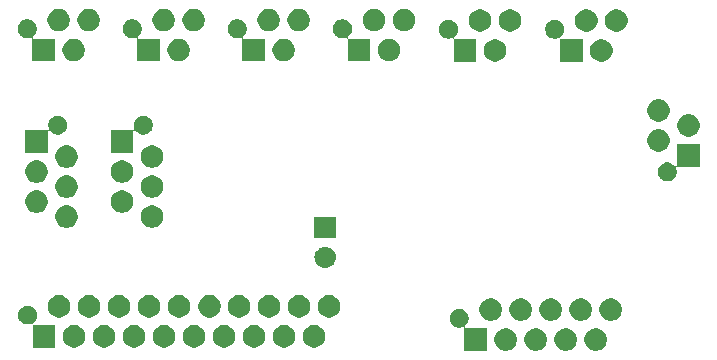
<source format=gbr>
G04 #@! TF.GenerationSoftware,KiCad,Pcbnew,6.0.0-rc1-unknown-ef6f7e9~66~ubuntu16.04.1*
G04 #@! TF.CreationDate,2019-01-29T21:41:32+01:00*
G04 #@! TF.ProjectId,roboy_hand_connector_pcb,726F626F795F68616E645F636F6E6E65,rev?*
G04 #@! TF.SameCoordinates,Original*
G04 #@! TF.FileFunction,Soldermask,Bot*
G04 #@! TF.FilePolarity,Negative*
%FSLAX46Y46*%
G04 Gerber Fmt 4.6, Leading zero omitted, Abs format (unit mm)*
G04 Created by KiCad (PCBNEW 6.0.0-rc1-unknown-ef6f7e9~66~ubuntu16.04.1) date Tue Jan 29 21:41:32 2019*
%MOMM*%
%LPD*%
G01*
G04 APERTURE LIST*
%ADD10C,0.100000*%
G04 APERTURE END LIST*
D10*
G36*
X177107396Y-104085546D02*
X177280466Y-104157234D01*
X177436230Y-104261312D01*
X177568688Y-104393770D01*
X177672766Y-104549534D01*
X177744454Y-104722604D01*
X177781000Y-104906333D01*
X177781000Y-105093667D01*
X177744454Y-105277396D01*
X177672766Y-105450466D01*
X177568688Y-105606230D01*
X177436230Y-105738688D01*
X177280466Y-105842766D01*
X177107396Y-105914454D01*
X176923667Y-105951000D01*
X176736333Y-105951000D01*
X176552604Y-105914454D01*
X176379534Y-105842766D01*
X176223770Y-105738688D01*
X176091312Y-105606230D01*
X175987234Y-105450466D01*
X175915546Y-105277396D01*
X175879000Y-105093667D01*
X175879000Y-104906333D01*
X175915546Y-104722604D01*
X175987234Y-104549534D01*
X176091312Y-104393770D01*
X176223770Y-104261312D01*
X176379534Y-104157234D01*
X176552604Y-104085546D01*
X176736333Y-104049000D01*
X176923667Y-104049000D01*
X177107396Y-104085546D01*
X177107396Y-104085546D01*
G37*
G36*
X179647396Y-104085546D02*
X179820466Y-104157234D01*
X179976230Y-104261312D01*
X180108688Y-104393770D01*
X180212766Y-104549534D01*
X180284454Y-104722604D01*
X180321000Y-104906333D01*
X180321000Y-105093667D01*
X180284454Y-105277396D01*
X180212766Y-105450466D01*
X180108688Y-105606230D01*
X179976230Y-105738688D01*
X179820466Y-105842766D01*
X179647396Y-105914454D01*
X179463667Y-105951000D01*
X179276333Y-105951000D01*
X179092604Y-105914454D01*
X178919534Y-105842766D01*
X178763770Y-105738688D01*
X178631312Y-105606230D01*
X178527234Y-105450466D01*
X178455546Y-105277396D01*
X178419000Y-105093667D01*
X178419000Y-104906333D01*
X178455546Y-104722604D01*
X178527234Y-104549534D01*
X178631312Y-104393770D01*
X178763770Y-104261312D01*
X178919534Y-104157234D01*
X179092604Y-104085546D01*
X179276333Y-104049000D01*
X179463667Y-104049000D01*
X179647396Y-104085546D01*
X179647396Y-104085546D01*
G37*
G36*
X182187396Y-104085546D02*
X182360466Y-104157234D01*
X182516230Y-104261312D01*
X182648688Y-104393770D01*
X182752766Y-104549534D01*
X182824454Y-104722604D01*
X182861000Y-104906333D01*
X182861000Y-105093667D01*
X182824454Y-105277396D01*
X182752766Y-105450466D01*
X182648688Y-105606230D01*
X182516230Y-105738688D01*
X182360466Y-105842766D01*
X182187396Y-105914454D01*
X182003667Y-105951000D01*
X181816333Y-105951000D01*
X181632604Y-105914454D01*
X181459534Y-105842766D01*
X181303770Y-105738688D01*
X181171312Y-105606230D01*
X181067234Y-105450466D01*
X180995546Y-105277396D01*
X180959000Y-105093667D01*
X180959000Y-104906333D01*
X180995546Y-104722604D01*
X181067234Y-104549534D01*
X181171312Y-104393770D01*
X181303770Y-104261312D01*
X181459534Y-104157234D01*
X181632604Y-104085546D01*
X181816333Y-104049000D01*
X182003667Y-104049000D01*
X182187396Y-104085546D01*
X182187396Y-104085546D01*
G37*
G36*
X174567396Y-104085546D02*
X174740466Y-104157234D01*
X174896230Y-104261312D01*
X175028688Y-104393770D01*
X175132766Y-104549534D01*
X175204454Y-104722604D01*
X175241000Y-104906333D01*
X175241000Y-105093667D01*
X175204454Y-105277396D01*
X175132766Y-105450466D01*
X175028688Y-105606230D01*
X174896230Y-105738688D01*
X174740466Y-105842766D01*
X174567396Y-105914454D01*
X174383667Y-105951000D01*
X174196333Y-105951000D01*
X174012604Y-105914454D01*
X173839534Y-105842766D01*
X173683770Y-105738688D01*
X173551312Y-105606230D01*
X173447234Y-105450466D01*
X173375546Y-105277396D01*
X173339000Y-105093667D01*
X173339000Y-104906333D01*
X173375546Y-104722604D01*
X173447234Y-104549534D01*
X173551312Y-104393770D01*
X173683770Y-104261312D01*
X173839534Y-104157234D01*
X174012604Y-104085546D01*
X174196333Y-104049000D01*
X174383667Y-104049000D01*
X174567396Y-104085546D01*
X174567396Y-104085546D01*
G37*
G36*
X170583655Y-102429733D02*
X170583657Y-102429734D01*
X170583658Y-102429734D01*
X170637509Y-102452040D01*
X170729440Y-102490119D01*
X170860643Y-102577786D01*
X170972214Y-102689357D01*
X171059881Y-102820560D01*
X171120267Y-102966345D01*
X171151050Y-103121102D01*
X171151050Y-103278898D01*
X171120267Y-103433655D01*
X171059881Y-103579440D01*
X170972214Y-103710643D01*
X170857907Y-103824950D01*
X170844915Y-103835612D01*
X170829370Y-103854554D01*
X170817819Y-103876165D01*
X170810706Y-103899614D01*
X170808304Y-103924001D01*
X170810706Y-103948387D01*
X170817819Y-103971836D01*
X170829371Y-103993447D01*
X170844916Y-104012389D01*
X170863858Y-104027934D01*
X170885469Y-104039485D01*
X170908918Y-104046598D01*
X170933304Y-104049000D01*
X172701000Y-104049000D01*
X172701000Y-105951000D01*
X170799000Y-105951000D01*
X170799000Y-104068145D01*
X170796598Y-104043759D01*
X170789485Y-104020310D01*
X170777934Y-103998699D01*
X170762388Y-103979757D01*
X170743446Y-103964211D01*
X170721835Y-103952660D01*
X170698386Y-103945547D01*
X170674000Y-103943145D01*
X170649614Y-103945547D01*
X170626165Y-103952660D01*
X170583658Y-103970267D01*
X170428898Y-104001050D01*
X170271102Y-104001050D01*
X170116345Y-103970267D01*
X170116343Y-103970266D01*
X170116342Y-103970266D01*
X170004649Y-103924001D01*
X169970560Y-103909881D01*
X169839357Y-103822214D01*
X169727786Y-103710643D01*
X169640119Y-103579440D01*
X169579733Y-103433655D01*
X169548950Y-103278898D01*
X169548950Y-103121102D01*
X169579733Y-102966345D01*
X169640119Y-102820560D01*
X169727786Y-102689357D01*
X169839357Y-102577786D01*
X169970560Y-102490119D01*
X170062491Y-102452040D01*
X170116342Y-102429734D01*
X170116343Y-102429734D01*
X170116345Y-102429733D01*
X170271102Y-102398950D01*
X170428898Y-102398950D01*
X170583655Y-102429733D01*
X170583655Y-102429733D01*
G37*
G36*
X148187396Y-103805546D02*
X148360466Y-103877234D01*
X148516230Y-103981312D01*
X148648688Y-104113770D01*
X148752766Y-104269534D01*
X148824454Y-104442604D01*
X148861000Y-104626333D01*
X148861000Y-104813667D01*
X148824454Y-104997396D01*
X148752766Y-105170466D01*
X148648688Y-105326230D01*
X148516230Y-105458688D01*
X148360466Y-105562766D01*
X148187396Y-105634454D01*
X148003667Y-105671000D01*
X147816333Y-105671000D01*
X147632604Y-105634454D01*
X147459534Y-105562766D01*
X147303770Y-105458688D01*
X147171312Y-105326230D01*
X147067234Y-105170466D01*
X146995546Y-104997396D01*
X146959000Y-104813667D01*
X146959000Y-104626333D01*
X146995546Y-104442604D01*
X147067234Y-104269534D01*
X147171312Y-104113770D01*
X147303770Y-103981312D01*
X147459534Y-103877234D01*
X147632604Y-103805546D01*
X147816333Y-103769000D01*
X148003667Y-103769000D01*
X148187396Y-103805546D01*
X148187396Y-103805546D01*
G37*
G36*
X145647396Y-103805546D02*
X145820466Y-103877234D01*
X145976230Y-103981312D01*
X146108688Y-104113770D01*
X146212766Y-104269534D01*
X146284454Y-104442604D01*
X146321000Y-104626333D01*
X146321000Y-104813667D01*
X146284454Y-104997396D01*
X146212766Y-105170466D01*
X146108688Y-105326230D01*
X145976230Y-105458688D01*
X145820466Y-105562766D01*
X145647396Y-105634454D01*
X145463667Y-105671000D01*
X145276333Y-105671000D01*
X145092604Y-105634454D01*
X144919534Y-105562766D01*
X144763770Y-105458688D01*
X144631312Y-105326230D01*
X144527234Y-105170466D01*
X144455546Y-104997396D01*
X144419000Y-104813667D01*
X144419000Y-104626333D01*
X144455546Y-104442604D01*
X144527234Y-104269534D01*
X144631312Y-104113770D01*
X144763770Y-103981312D01*
X144919534Y-103877234D01*
X145092604Y-103805546D01*
X145276333Y-103769000D01*
X145463667Y-103769000D01*
X145647396Y-103805546D01*
X145647396Y-103805546D01*
G37*
G36*
X158347396Y-103805546D02*
X158520466Y-103877234D01*
X158676230Y-103981312D01*
X158808688Y-104113770D01*
X158912766Y-104269534D01*
X158984454Y-104442604D01*
X159021000Y-104626333D01*
X159021000Y-104813667D01*
X158984454Y-104997396D01*
X158912766Y-105170466D01*
X158808688Y-105326230D01*
X158676230Y-105458688D01*
X158520466Y-105562766D01*
X158347396Y-105634454D01*
X158163667Y-105671000D01*
X157976333Y-105671000D01*
X157792604Y-105634454D01*
X157619534Y-105562766D01*
X157463770Y-105458688D01*
X157331312Y-105326230D01*
X157227234Y-105170466D01*
X157155546Y-104997396D01*
X157119000Y-104813667D01*
X157119000Y-104626333D01*
X157155546Y-104442604D01*
X157227234Y-104269534D01*
X157331312Y-104113770D01*
X157463770Y-103981312D01*
X157619534Y-103877234D01*
X157792604Y-103805546D01*
X157976333Y-103769000D01*
X158163667Y-103769000D01*
X158347396Y-103805546D01*
X158347396Y-103805546D01*
G37*
G36*
X155807396Y-103805546D02*
X155980466Y-103877234D01*
X156136230Y-103981312D01*
X156268688Y-104113770D01*
X156372766Y-104269534D01*
X156444454Y-104442604D01*
X156481000Y-104626333D01*
X156481000Y-104813667D01*
X156444454Y-104997396D01*
X156372766Y-105170466D01*
X156268688Y-105326230D01*
X156136230Y-105458688D01*
X155980466Y-105562766D01*
X155807396Y-105634454D01*
X155623667Y-105671000D01*
X155436333Y-105671000D01*
X155252604Y-105634454D01*
X155079534Y-105562766D01*
X154923770Y-105458688D01*
X154791312Y-105326230D01*
X154687234Y-105170466D01*
X154615546Y-104997396D01*
X154579000Y-104813667D01*
X154579000Y-104626333D01*
X154615546Y-104442604D01*
X154687234Y-104269534D01*
X154791312Y-104113770D01*
X154923770Y-103981312D01*
X155079534Y-103877234D01*
X155252604Y-103805546D01*
X155436333Y-103769000D01*
X155623667Y-103769000D01*
X155807396Y-103805546D01*
X155807396Y-103805546D01*
G37*
G36*
X153267396Y-103805546D02*
X153440466Y-103877234D01*
X153596230Y-103981312D01*
X153728688Y-104113770D01*
X153832766Y-104269534D01*
X153904454Y-104442604D01*
X153941000Y-104626333D01*
X153941000Y-104813667D01*
X153904454Y-104997396D01*
X153832766Y-105170466D01*
X153728688Y-105326230D01*
X153596230Y-105458688D01*
X153440466Y-105562766D01*
X153267396Y-105634454D01*
X153083667Y-105671000D01*
X152896333Y-105671000D01*
X152712604Y-105634454D01*
X152539534Y-105562766D01*
X152383770Y-105458688D01*
X152251312Y-105326230D01*
X152147234Y-105170466D01*
X152075546Y-104997396D01*
X152039000Y-104813667D01*
X152039000Y-104626333D01*
X152075546Y-104442604D01*
X152147234Y-104269534D01*
X152251312Y-104113770D01*
X152383770Y-103981312D01*
X152539534Y-103877234D01*
X152712604Y-103805546D01*
X152896333Y-103769000D01*
X153083667Y-103769000D01*
X153267396Y-103805546D01*
X153267396Y-103805546D01*
G37*
G36*
X150727396Y-103805546D02*
X150900466Y-103877234D01*
X151056230Y-103981312D01*
X151188688Y-104113770D01*
X151292766Y-104269534D01*
X151364454Y-104442604D01*
X151401000Y-104626333D01*
X151401000Y-104813667D01*
X151364454Y-104997396D01*
X151292766Y-105170466D01*
X151188688Y-105326230D01*
X151056230Y-105458688D01*
X150900466Y-105562766D01*
X150727396Y-105634454D01*
X150543667Y-105671000D01*
X150356333Y-105671000D01*
X150172604Y-105634454D01*
X149999534Y-105562766D01*
X149843770Y-105458688D01*
X149711312Y-105326230D01*
X149607234Y-105170466D01*
X149535546Y-104997396D01*
X149499000Y-104813667D01*
X149499000Y-104626333D01*
X149535546Y-104442604D01*
X149607234Y-104269534D01*
X149711312Y-104113770D01*
X149843770Y-103981312D01*
X149999534Y-103877234D01*
X150172604Y-103805546D01*
X150356333Y-103769000D01*
X150543667Y-103769000D01*
X150727396Y-103805546D01*
X150727396Y-103805546D01*
G37*
G36*
X138027396Y-103805546D02*
X138200466Y-103877234D01*
X138356230Y-103981312D01*
X138488688Y-104113770D01*
X138592766Y-104269534D01*
X138664454Y-104442604D01*
X138701000Y-104626333D01*
X138701000Y-104813667D01*
X138664454Y-104997396D01*
X138592766Y-105170466D01*
X138488688Y-105326230D01*
X138356230Y-105458688D01*
X138200466Y-105562766D01*
X138027396Y-105634454D01*
X137843667Y-105671000D01*
X137656333Y-105671000D01*
X137472604Y-105634454D01*
X137299534Y-105562766D01*
X137143770Y-105458688D01*
X137011312Y-105326230D01*
X136907234Y-105170466D01*
X136835546Y-104997396D01*
X136799000Y-104813667D01*
X136799000Y-104626333D01*
X136835546Y-104442604D01*
X136907234Y-104269534D01*
X137011312Y-104113770D01*
X137143770Y-103981312D01*
X137299534Y-103877234D01*
X137472604Y-103805546D01*
X137656333Y-103769000D01*
X137843667Y-103769000D01*
X138027396Y-103805546D01*
X138027396Y-103805546D01*
G37*
G36*
X134043655Y-102149733D02*
X134043657Y-102149734D01*
X134043658Y-102149734D01*
X134097509Y-102172040D01*
X134189440Y-102210119D01*
X134320643Y-102297786D01*
X134432214Y-102409357D01*
X134519881Y-102540560D01*
X134580267Y-102686345D01*
X134611050Y-102841102D01*
X134611050Y-102998898D01*
X134580267Y-103153655D01*
X134519881Y-103299440D01*
X134432214Y-103430643D01*
X134317907Y-103544950D01*
X134304915Y-103555612D01*
X134289370Y-103574554D01*
X134277819Y-103596165D01*
X134270706Y-103619614D01*
X134268304Y-103644001D01*
X134270706Y-103668387D01*
X134277819Y-103691836D01*
X134289371Y-103713447D01*
X134304916Y-103732389D01*
X134323858Y-103747934D01*
X134345469Y-103759485D01*
X134368918Y-103766598D01*
X134393304Y-103769000D01*
X136161000Y-103769000D01*
X136161000Y-105671000D01*
X134259000Y-105671000D01*
X134259000Y-103788145D01*
X134256598Y-103763759D01*
X134249485Y-103740310D01*
X134237934Y-103718699D01*
X134222388Y-103699757D01*
X134203446Y-103684211D01*
X134181835Y-103672660D01*
X134158386Y-103665547D01*
X134134000Y-103663145D01*
X134109614Y-103665547D01*
X134086165Y-103672660D01*
X134043658Y-103690267D01*
X133888898Y-103721050D01*
X133731102Y-103721050D01*
X133576345Y-103690267D01*
X133576343Y-103690266D01*
X133576342Y-103690266D01*
X133464649Y-103644001D01*
X133430560Y-103629881D01*
X133299357Y-103542214D01*
X133187786Y-103430643D01*
X133100119Y-103299440D01*
X133039733Y-103153655D01*
X133008950Y-102998898D01*
X133008950Y-102841102D01*
X133039733Y-102686345D01*
X133100119Y-102540560D01*
X133187786Y-102409357D01*
X133299357Y-102297786D01*
X133430560Y-102210119D01*
X133522491Y-102172040D01*
X133576342Y-102149734D01*
X133576343Y-102149734D01*
X133576345Y-102149733D01*
X133731102Y-102118950D01*
X133888898Y-102118950D01*
X134043655Y-102149733D01*
X134043655Y-102149733D01*
G37*
G36*
X140567396Y-103805546D02*
X140740466Y-103877234D01*
X140896230Y-103981312D01*
X141028688Y-104113770D01*
X141132766Y-104269534D01*
X141204454Y-104442604D01*
X141241000Y-104626333D01*
X141241000Y-104813667D01*
X141204454Y-104997396D01*
X141132766Y-105170466D01*
X141028688Y-105326230D01*
X140896230Y-105458688D01*
X140740466Y-105562766D01*
X140567396Y-105634454D01*
X140383667Y-105671000D01*
X140196333Y-105671000D01*
X140012604Y-105634454D01*
X139839534Y-105562766D01*
X139683770Y-105458688D01*
X139551312Y-105326230D01*
X139447234Y-105170466D01*
X139375546Y-104997396D01*
X139339000Y-104813667D01*
X139339000Y-104626333D01*
X139375546Y-104442604D01*
X139447234Y-104269534D01*
X139551312Y-104113770D01*
X139683770Y-103981312D01*
X139839534Y-103877234D01*
X140012604Y-103805546D01*
X140196333Y-103769000D01*
X140383667Y-103769000D01*
X140567396Y-103805546D01*
X140567396Y-103805546D01*
G37*
G36*
X143107396Y-103805546D02*
X143280466Y-103877234D01*
X143436230Y-103981312D01*
X143568688Y-104113770D01*
X143672766Y-104269534D01*
X143744454Y-104442604D01*
X143781000Y-104626333D01*
X143781000Y-104813667D01*
X143744454Y-104997396D01*
X143672766Y-105170466D01*
X143568688Y-105326230D01*
X143436230Y-105458688D01*
X143280466Y-105562766D01*
X143107396Y-105634454D01*
X142923667Y-105671000D01*
X142736333Y-105671000D01*
X142552604Y-105634454D01*
X142379534Y-105562766D01*
X142223770Y-105458688D01*
X142091312Y-105326230D01*
X141987234Y-105170466D01*
X141915546Y-104997396D01*
X141879000Y-104813667D01*
X141879000Y-104626333D01*
X141915546Y-104442604D01*
X141987234Y-104269534D01*
X142091312Y-104113770D01*
X142223770Y-103981312D01*
X142379534Y-103877234D01*
X142552604Y-103805546D01*
X142736333Y-103769000D01*
X142923667Y-103769000D01*
X143107396Y-103805546D01*
X143107396Y-103805546D01*
G37*
G36*
X175837396Y-101545546D02*
X176010466Y-101617234D01*
X176166230Y-101721312D01*
X176298688Y-101853770D01*
X176402766Y-102009534D01*
X176474454Y-102182604D01*
X176511000Y-102366333D01*
X176511000Y-102553667D01*
X176474454Y-102737396D01*
X176402766Y-102910466D01*
X176298688Y-103066230D01*
X176166230Y-103198688D01*
X176010466Y-103302766D01*
X175837396Y-103374454D01*
X175653667Y-103411000D01*
X175466333Y-103411000D01*
X175282604Y-103374454D01*
X175109534Y-103302766D01*
X174953770Y-103198688D01*
X174821312Y-103066230D01*
X174717234Y-102910466D01*
X174645546Y-102737396D01*
X174609000Y-102553667D01*
X174609000Y-102366333D01*
X174645546Y-102182604D01*
X174717234Y-102009534D01*
X174821312Y-101853770D01*
X174953770Y-101721312D01*
X175109534Y-101617234D01*
X175282604Y-101545546D01*
X175466333Y-101509000D01*
X175653667Y-101509000D01*
X175837396Y-101545546D01*
X175837396Y-101545546D01*
G37*
G36*
X173297396Y-101545546D02*
X173470466Y-101617234D01*
X173626230Y-101721312D01*
X173758688Y-101853770D01*
X173862766Y-102009534D01*
X173934454Y-102182604D01*
X173971000Y-102366333D01*
X173971000Y-102553667D01*
X173934454Y-102737396D01*
X173862766Y-102910466D01*
X173758688Y-103066230D01*
X173626230Y-103198688D01*
X173470466Y-103302766D01*
X173297396Y-103374454D01*
X173113667Y-103411000D01*
X172926333Y-103411000D01*
X172742604Y-103374454D01*
X172569534Y-103302766D01*
X172413770Y-103198688D01*
X172281312Y-103066230D01*
X172177234Y-102910466D01*
X172105546Y-102737396D01*
X172069000Y-102553667D01*
X172069000Y-102366333D01*
X172105546Y-102182604D01*
X172177234Y-102009534D01*
X172281312Y-101853770D01*
X172413770Y-101721312D01*
X172569534Y-101617234D01*
X172742604Y-101545546D01*
X172926333Y-101509000D01*
X173113667Y-101509000D01*
X173297396Y-101545546D01*
X173297396Y-101545546D01*
G37*
G36*
X183457396Y-101545546D02*
X183630466Y-101617234D01*
X183786230Y-101721312D01*
X183918688Y-101853770D01*
X184022766Y-102009534D01*
X184094454Y-102182604D01*
X184131000Y-102366333D01*
X184131000Y-102553667D01*
X184094454Y-102737396D01*
X184022766Y-102910466D01*
X183918688Y-103066230D01*
X183786230Y-103198688D01*
X183630466Y-103302766D01*
X183457396Y-103374454D01*
X183273667Y-103411000D01*
X183086333Y-103411000D01*
X182902604Y-103374454D01*
X182729534Y-103302766D01*
X182573770Y-103198688D01*
X182441312Y-103066230D01*
X182337234Y-102910466D01*
X182265546Y-102737396D01*
X182229000Y-102553667D01*
X182229000Y-102366333D01*
X182265546Y-102182604D01*
X182337234Y-102009534D01*
X182441312Y-101853770D01*
X182573770Y-101721312D01*
X182729534Y-101617234D01*
X182902604Y-101545546D01*
X183086333Y-101509000D01*
X183273667Y-101509000D01*
X183457396Y-101545546D01*
X183457396Y-101545546D01*
G37*
G36*
X180917396Y-101545546D02*
X181090466Y-101617234D01*
X181246230Y-101721312D01*
X181378688Y-101853770D01*
X181482766Y-102009534D01*
X181554454Y-102182604D01*
X181591000Y-102366333D01*
X181591000Y-102553667D01*
X181554454Y-102737396D01*
X181482766Y-102910466D01*
X181378688Y-103066230D01*
X181246230Y-103198688D01*
X181090466Y-103302766D01*
X180917396Y-103374454D01*
X180733667Y-103411000D01*
X180546333Y-103411000D01*
X180362604Y-103374454D01*
X180189534Y-103302766D01*
X180033770Y-103198688D01*
X179901312Y-103066230D01*
X179797234Y-102910466D01*
X179725546Y-102737396D01*
X179689000Y-102553667D01*
X179689000Y-102366333D01*
X179725546Y-102182604D01*
X179797234Y-102009534D01*
X179901312Y-101853770D01*
X180033770Y-101721312D01*
X180189534Y-101617234D01*
X180362604Y-101545546D01*
X180546333Y-101509000D01*
X180733667Y-101509000D01*
X180917396Y-101545546D01*
X180917396Y-101545546D01*
G37*
G36*
X178377396Y-101545546D02*
X178550466Y-101617234D01*
X178706230Y-101721312D01*
X178838688Y-101853770D01*
X178942766Y-102009534D01*
X179014454Y-102182604D01*
X179051000Y-102366333D01*
X179051000Y-102553667D01*
X179014454Y-102737396D01*
X178942766Y-102910466D01*
X178838688Y-103066230D01*
X178706230Y-103198688D01*
X178550466Y-103302766D01*
X178377396Y-103374454D01*
X178193667Y-103411000D01*
X178006333Y-103411000D01*
X177822604Y-103374454D01*
X177649534Y-103302766D01*
X177493770Y-103198688D01*
X177361312Y-103066230D01*
X177257234Y-102910466D01*
X177185546Y-102737396D01*
X177149000Y-102553667D01*
X177149000Y-102366333D01*
X177185546Y-102182604D01*
X177257234Y-102009534D01*
X177361312Y-101853770D01*
X177493770Y-101721312D01*
X177649534Y-101617234D01*
X177822604Y-101545546D01*
X178006333Y-101509000D01*
X178193667Y-101509000D01*
X178377396Y-101545546D01*
X178377396Y-101545546D01*
G37*
G36*
X136757396Y-101265546D02*
X136930466Y-101337234D01*
X137086230Y-101441312D01*
X137218688Y-101573770D01*
X137322766Y-101729534D01*
X137394454Y-101902604D01*
X137431000Y-102086333D01*
X137431000Y-102273667D01*
X137394454Y-102457396D01*
X137322766Y-102630466D01*
X137218688Y-102786230D01*
X137086230Y-102918688D01*
X136930466Y-103022766D01*
X136757396Y-103094454D01*
X136573667Y-103131000D01*
X136386333Y-103131000D01*
X136202604Y-103094454D01*
X136029534Y-103022766D01*
X135873770Y-102918688D01*
X135741312Y-102786230D01*
X135637234Y-102630466D01*
X135565546Y-102457396D01*
X135529000Y-102273667D01*
X135529000Y-102086333D01*
X135565546Y-101902604D01*
X135637234Y-101729534D01*
X135741312Y-101573770D01*
X135873770Y-101441312D01*
X136029534Y-101337234D01*
X136202604Y-101265546D01*
X136386333Y-101229000D01*
X136573667Y-101229000D01*
X136757396Y-101265546D01*
X136757396Y-101265546D01*
G37*
G36*
X159617396Y-101265546D02*
X159790466Y-101337234D01*
X159946230Y-101441312D01*
X160078688Y-101573770D01*
X160182766Y-101729534D01*
X160254454Y-101902604D01*
X160291000Y-102086333D01*
X160291000Y-102273667D01*
X160254454Y-102457396D01*
X160182766Y-102630466D01*
X160078688Y-102786230D01*
X159946230Y-102918688D01*
X159790466Y-103022766D01*
X159617396Y-103094454D01*
X159433667Y-103131000D01*
X159246333Y-103131000D01*
X159062604Y-103094454D01*
X158889534Y-103022766D01*
X158733770Y-102918688D01*
X158601312Y-102786230D01*
X158497234Y-102630466D01*
X158425546Y-102457396D01*
X158389000Y-102273667D01*
X158389000Y-102086333D01*
X158425546Y-101902604D01*
X158497234Y-101729534D01*
X158601312Y-101573770D01*
X158733770Y-101441312D01*
X158889534Y-101337234D01*
X159062604Y-101265546D01*
X159246333Y-101229000D01*
X159433667Y-101229000D01*
X159617396Y-101265546D01*
X159617396Y-101265546D01*
G37*
G36*
X157077396Y-101265546D02*
X157250466Y-101337234D01*
X157406230Y-101441312D01*
X157538688Y-101573770D01*
X157642766Y-101729534D01*
X157714454Y-101902604D01*
X157751000Y-102086333D01*
X157751000Y-102273667D01*
X157714454Y-102457396D01*
X157642766Y-102630466D01*
X157538688Y-102786230D01*
X157406230Y-102918688D01*
X157250466Y-103022766D01*
X157077396Y-103094454D01*
X156893667Y-103131000D01*
X156706333Y-103131000D01*
X156522604Y-103094454D01*
X156349534Y-103022766D01*
X156193770Y-102918688D01*
X156061312Y-102786230D01*
X155957234Y-102630466D01*
X155885546Y-102457396D01*
X155849000Y-102273667D01*
X155849000Y-102086333D01*
X155885546Y-101902604D01*
X155957234Y-101729534D01*
X156061312Y-101573770D01*
X156193770Y-101441312D01*
X156349534Y-101337234D01*
X156522604Y-101265546D01*
X156706333Y-101229000D01*
X156893667Y-101229000D01*
X157077396Y-101265546D01*
X157077396Y-101265546D01*
G37*
G36*
X151997396Y-101265546D02*
X152170466Y-101337234D01*
X152326230Y-101441312D01*
X152458688Y-101573770D01*
X152562766Y-101729534D01*
X152634454Y-101902604D01*
X152671000Y-102086333D01*
X152671000Y-102273667D01*
X152634454Y-102457396D01*
X152562766Y-102630466D01*
X152458688Y-102786230D01*
X152326230Y-102918688D01*
X152170466Y-103022766D01*
X151997396Y-103094454D01*
X151813667Y-103131000D01*
X151626333Y-103131000D01*
X151442604Y-103094454D01*
X151269534Y-103022766D01*
X151113770Y-102918688D01*
X150981312Y-102786230D01*
X150877234Y-102630466D01*
X150805546Y-102457396D01*
X150769000Y-102273667D01*
X150769000Y-102086333D01*
X150805546Y-101902604D01*
X150877234Y-101729534D01*
X150981312Y-101573770D01*
X151113770Y-101441312D01*
X151269534Y-101337234D01*
X151442604Y-101265546D01*
X151626333Y-101229000D01*
X151813667Y-101229000D01*
X151997396Y-101265546D01*
X151997396Y-101265546D01*
G37*
G36*
X154537396Y-101265546D02*
X154710466Y-101337234D01*
X154866230Y-101441312D01*
X154998688Y-101573770D01*
X155102766Y-101729534D01*
X155174454Y-101902604D01*
X155211000Y-102086333D01*
X155211000Y-102273667D01*
X155174454Y-102457396D01*
X155102766Y-102630466D01*
X154998688Y-102786230D01*
X154866230Y-102918688D01*
X154710466Y-103022766D01*
X154537396Y-103094454D01*
X154353667Y-103131000D01*
X154166333Y-103131000D01*
X153982604Y-103094454D01*
X153809534Y-103022766D01*
X153653770Y-102918688D01*
X153521312Y-102786230D01*
X153417234Y-102630466D01*
X153345546Y-102457396D01*
X153309000Y-102273667D01*
X153309000Y-102086333D01*
X153345546Y-101902604D01*
X153417234Y-101729534D01*
X153521312Y-101573770D01*
X153653770Y-101441312D01*
X153809534Y-101337234D01*
X153982604Y-101265546D01*
X154166333Y-101229000D01*
X154353667Y-101229000D01*
X154537396Y-101265546D01*
X154537396Y-101265546D01*
G37*
G36*
X141837396Y-101265546D02*
X142010466Y-101337234D01*
X142166230Y-101441312D01*
X142298688Y-101573770D01*
X142402766Y-101729534D01*
X142474454Y-101902604D01*
X142511000Y-102086333D01*
X142511000Y-102273667D01*
X142474454Y-102457396D01*
X142402766Y-102630466D01*
X142298688Y-102786230D01*
X142166230Y-102918688D01*
X142010466Y-103022766D01*
X141837396Y-103094454D01*
X141653667Y-103131000D01*
X141466333Y-103131000D01*
X141282604Y-103094454D01*
X141109534Y-103022766D01*
X140953770Y-102918688D01*
X140821312Y-102786230D01*
X140717234Y-102630466D01*
X140645546Y-102457396D01*
X140609000Y-102273667D01*
X140609000Y-102086333D01*
X140645546Y-101902604D01*
X140717234Y-101729534D01*
X140821312Y-101573770D01*
X140953770Y-101441312D01*
X141109534Y-101337234D01*
X141282604Y-101265546D01*
X141466333Y-101229000D01*
X141653667Y-101229000D01*
X141837396Y-101265546D01*
X141837396Y-101265546D01*
G37*
G36*
X144377396Y-101265546D02*
X144550466Y-101337234D01*
X144706230Y-101441312D01*
X144838688Y-101573770D01*
X144942766Y-101729534D01*
X145014454Y-101902604D01*
X145051000Y-102086333D01*
X145051000Y-102273667D01*
X145014454Y-102457396D01*
X144942766Y-102630466D01*
X144838688Y-102786230D01*
X144706230Y-102918688D01*
X144550466Y-103022766D01*
X144377396Y-103094454D01*
X144193667Y-103131000D01*
X144006333Y-103131000D01*
X143822604Y-103094454D01*
X143649534Y-103022766D01*
X143493770Y-102918688D01*
X143361312Y-102786230D01*
X143257234Y-102630466D01*
X143185546Y-102457396D01*
X143149000Y-102273667D01*
X143149000Y-102086333D01*
X143185546Y-101902604D01*
X143257234Y-101729534D01*
X143361312Y-101573770D01*
X143493770Y-101441312D01*
X143649534Y-101337234D01*
X143822604Y-101265546D01*
X144006333Y-101229000D01*
X144193667Y-101229000D01*
X144377396Y-101265546D01*
X144377396Y-101265546D01*
G37*
G36*
X149507396Y-101265546D02*
X149680466Y-101337234D01*
X149836230Y-101441312D01*
X149968688Y-101573770D01*
X150072766Y-101729534D01*
X150144454Y-101902604D01*
X150181000Y-102086333D01*
X150181000Y-102273667D01*
X150144454Y-102457396D01*
X150072766Y-102630466D01*
X149968688Y-102786230D01*
X149836230Y-102918688D01*
X149680466Y-103022766D01*
X149507396Y-103094454D01*
X149323667Y-103131000D01*
X149136333Y-103131000D01*
X148952604Y-103094454D01*
X148779534Y-103022766D01*
X148623770Y-102918688D01*
X148491312Y-102786230D01*
X148387234Y-102630466D01*
X148315546Y-102457396D01*
X148279000Y-102273667D01*
X148279000Y-102086333D01*
X148315546Y-101902604D01*
X148387234Y-101729534D01*
X148491312Y-101573770D01*
X148623770Y-101441312D01*
X148779534Y-101337234D01*
X148952604Y-101265546D01*
X149136333Y-101229000D01*
X149323667Y-101229000D01*
X149507396Y-101265546D01*
X149507396Y-101265546D01*
G37*
G36*
X139297396Y-101265546D02*
X139470466Y-101337234D01*
X139626230Y-101441312D01*
X139758688Y-101573770D01*
X139862766Y-101729534D01*
X139934454Y-101902604D01*
X139971000Y-102086333D01*
X139971000Y-102273667D01*
X139934454Y-102457396D01*
X139862766Y-102630466D01*
X139758688Y-102786230D01*
X139626230Y-102918688D01*
X139470466Y-103022766D01*
X139297396Y-103094454D01*
X139113667Y-103131000D01*
X138926333Y-103131000D01*
X138742604Y-103094454D01*
X138569534Y-103022766D01*
X138413770Y-102918688D01*
X138281312Y-102786230D01*
X138177234Y-102630466D01*
X138105546Y-102457396D01*
X138069000Y-102273667D01*
X138069000Y-102086333D01*
X138105546Y-101902604D01*
X138177234Y-101729534D01*
X138281312Y-101573770D01*
X138413770Y-101441312D01*
X138569534Y-101337234D01*
X138742604Y-101265546D01*
X138926333Y-101229000D01*
X139113667Y-101229000D01*
X139297396Y-101265546D01*
X139297396Y-101265546D01*
G37*
G36*
X146917396Y-101265546D02*
X147090466Y-101337234D01*
X147246230Y-101441312D01*
X147378688Y-101573770D01*
X147482766Y-101729534D01*
X147554454Y-101902604D01*
X147591000Y-102086333D01*
X147591000Y-102273667D01*
X147554454Y-102457396D01*
X147482766Y-102630466D01*
X147378688Y-102786230D01*
X147246230Y-102918688D01*
X147090466Y-103022766D01*
X146917396Y-103094454D01*
X146733667Y-103131000D01*
X146546333Y-103131000D01*
X146362604Y-103094454D01*
X146189534Y-103022766D01*
X146033770Y-102918688D01*
X145901312Y-102786230D01*
X145797234Y-102630466D01*
X145725546Y-102457396D01*
X145689000Y-102273667D01*
X145689000Y-102086333D01*
X145725546Y-101902604D01*
X145797234Y-101729534D01*
X145901312Y-101573770D01*
X146033770Y-101441312D01*
X146189534Y-101337234D01*
X146362604Y-101265546D01*
X146546333Y-101229000D01*
X146733667Y-101229000D01*
X146917396Y-101265546D01*
X146917396Y-101265546D01*
G37*
G36*
X159110443Y-97145519D02*
X159176627Y-97152037D01*
X159289853Y-97186384D01*
X159346467Y-97203557D01*
X159485087Y-97277652D01*
X159502991Y-97287222D01*
X159538729Y-97316552D01*
X159640186Y-97399814D01*
X159723448Y-97501271D01*
X159752778Y-97537009D01*
X159752779Y-97537011D01*
X159836443Y-97693533D01*
X159836443Y-97693534D01*
X159887963Y-97863373D01*
X159905359Y-98040000D01*
X159887963Y-98216627D01*
X159853616Y-98329853D01*
X159836443Y-98386467D01*
X159762348Y-98525087D01*
X159752778Y-98542991D01*
X159723448Y-98578729D01*
X159640186Y-98680186D01*
X159538729Y-98763448D01*
X159502991Y-98792778D01*
X159502989Y-98792779D01*
X159346467Y-98876443D01*
X159289853Y-98893616D01*
X159176627Y-98927963D01*
X159110443Y-98934481D01*
X159044260Y-98941000D01*
X158955740Y-98941000D01*
X158889557Y-98934481D01*
X158823373Y-98927963D01*
X158710147Y-98893616D01*
X158653533Y-98876443D01*
X158497011Y-98792779D01*
X158497009Y-98792778D01*
X158461271Y-98763448D01*
X158359814Y-98680186D01*
X158276552Y-98578729D01*
X158247222Y-98542991D01*
X158237652Y-98525087D01*
X158163557Y-98386467D01*
X158146384Y-98329853D01*
X158112037Y-98216627D01*
X158094641Y-98040000D01*
X158112037Y-97863373D01*
X158163557Y-97693534D01*
X158163557Y-97693533D01*
X158247221Y-97537011D01*
X158247222Y-97537009D01*
X158276552Y-97501271D01*
X158359814Y-97399814D01*
X158461271Y-97316552D01*
X158497009Y-97287222D01*
X158514913Y-97277652D01*
X158653533Y-97203557D01*
X158710147Y-97186384D01*
X158823373Y-97152037D01*
X158889558Y-97145518D01*
X158955740Y-97139000D01*
X159044260Y-97139000D01*
X159110443Y-97145519D01*
X159110443Y-97145519D01*
G37*
G36*
X159901000Y-96401000D02*
X158099000Y-96401000D01*
X158099000Y-94599000D01*
X159901000Y-94599000D01*
X159901000Y-96401000D01*
X159901000Y-96401000D01*
G37*
G36*
X137382397Y-93675547D02*
X137555467Y-93747235D01*
X137711231Y-93851313D01*
X137843689Y-93983771D01*
X137947767Y-94139535D01*
X138019455Y-94312605D01*
X138056001Y-94496334D01*
X138056001Y-94683668D01*
X138019455Y-94867397D01*
X137947767Y-95040467D01*
X137843689Y-95196231D01*
X137711231Y-95328689D01*
X137555467Y-95432767D01*
X137382397Y-95504455D01*
X137198668Y-95541001D01*
X137011334Y-95541001D01*
X136827605Y-95504455D01*
X136654535Y-95432767D01*
X136498771Y-95328689D01*
X136366313Y-95196231D01*
X136262235Y-95040467D01*
X136190547Y-94867397D01*
X136154001Y-94683668D01*
X136154001Y-94496334D01*
X136190547Y-94312605D01*
X136262235Y-94139535D01*
X136366313Y-93983771D01*
X136498771Y-93851313D01*
X136654535Y-93747235D01*
X136827605Y-93675547D01*
X137011334Y-93639001D01*
X137198668Y-93639001D01*
X137382397Y-93675547D01*
X137382397Y-93675547D01*
G37*
G36*
X144632397Y-93675547D02*
X144805467Y-93747235D01*
X144961231Y-93851313D01*
X145093689Y-93983771D01*
X145197767Y-94139535D01*
X145269455Y-94312605D01*
X145306001Y-94496334D01*
X145306001Y-94683668D01*
X145269455Y-94867397D01*
X145197767Y-95040467D01*
X145093689Y-95196231D01*
X144961231Y-95328689D01*
X144805467Y-95432767D01*
X144632397Y-95504455D01*
X144448668Y-95541001D01*
X144261334Y-95541001D01*
X144077605Y-95504455D01*
X143904535Y-95432767D01*
X143748771Y-95328689D01*
X143616313Y-95196231D01*
X143512235Y-95040467D01*
X143440547Y-94867397D01*
X143404001Y-94683668D01*
X143404001Y-94496334D01*
X143440547Y-94312605D01*
X143512235Y-94139535D01*
X143616313Y-93983771D01*
X143748771Y-93851313D01*
X143904535Y-93747235D01*
X144077605Y-93675547D01*
X144261334Y-93639001D01*
X144448668Y-93639001D01*
X144632397Y-93675547D01*
X144632397Y-93675547D01*
G37*
G36*
X134842397Y-92405547D02*
X135015467Y-92477235D01*
X135171231Y-92581313D01*
X135303689Y-92713771D01*
X135407767Y-92869535D01*
X135479455Y-93042605D01*
X135516001Y-93226334D01*
X135516001Y-93413668D01*
X135479455Y-93597397D01*
X135407767Y-93770467D01*
X135303689Y-93926231D01*
X135171231Y-94058689D01*
X135015467Y-94162767D01*
X134842397Y-94234455D01*
X134658668Y-94271001D01*
X134471334Y-94271001D01*
X134287605Y-94234455D01*
X134114535Y-94162767D01*
X133958771Y-94058689D01*
X133826313Y-93926231D01*
X133722235Y-93770467D01*
X133650547Y-93597397D01*
X133614001Y-93413668D01*
X133614001Y-93226334D01*
X133650547Y-93042605D01*
X133722235Y-92869535D01*
X133826313Y-92713771D01*
X133958771Y-92581313D01*
X134114535Y-92477235D01*
X134287605Y-92405547D01*
X134471334Y-92369001D01*
X134658668Y-92369001D01*
X134842397Y-92405547D01*
X134842397Y-92405547D01*
G37*
G36*
X142092397Y-92405547D02*
X142265467Y-92477235D01*
X142421231Y-92581313D01*
X142553689Y-92713771D01*
X142657767Y-92869535D01*
X142729455Y-93042605D01*
X142766001Y-93226334D01*
X142766001Y-93413668D01*
X142729455Y-93597397D01*
X142657767Y-93770467D01*
X142553689Y-93926231D01*
X142421231Y-94058689D01*
X142265467Y-94162767D01*
X142092397Y-94234455D01*
X141908668Y-94271001D01*
X141721334Y-94271001D01*
X141537605Y-94234455D01*
X141364535Y-94162767D01*
X141208771Y-94058689D01*
X141076313Y-93926231D01*
X140972235Y-93770467D01*
X140900547Y-93597397D01*
X140864001Y-93413668D01*
X140864001Y-93226334D01*
X140900547Y-93042605D01*
X140972235Y-92869535D01*
X141076313Y-92713771D01*
X141208771Y-92581313D01*
X141364535Y-92477235D01*
X141537605Y-92405547D01*
X141721334Y-92369001D01*
X141908668Y-92369001D01*
X142092397Y-92405547D01*
X142092397Y-92405547D01*
G37*
G36*
X144632397Y-91135547D02*
X144805467Y-91207235D01*
X144961231Y-91311313D01*
X145093689Y-91443771D01*
X145197767Y-91599535D01*
X145269455Y-91772605D01*
X145306001Y-91956334D01*
X145306001Y-92143668D01*
X145269455Y-92327397D01*
X145197767Y-92500467D01*
X145093689Y-92656231D01*
X144961231Y-92788689D01*
X144805467Y-92892767D01*
X144632397Y-92964455D01*
X144448668Y-93001001D01*
X144261334Y-93001001D01*
X144077605Y-92964455D01*
X143904535Y-92892767D01*
X143748771Y-92788689D01*
X143616313Y-92656231D01*
X143512235Y-92500467D01*
X143440547Y-92327397D01*
X143404001Y-92143668D01*
X143404001Y-91956334D01*
X143440547Y-91772605D01*
X143512235Y-91599535D01*
X143616313Y-91443771D01*
X143748771Y-91311313D01*
X143904535Y-91207235D01*
X144077605Y-91135547D01*
X144261334Y-91099001D01*
X144448668Y-91099001D01*
X144632397Y-91135547D01*
X144632397Y-91135547D01*
G37*
G36*
X137382397Y-91135547D02*
X137555467Y-91207235D01*
X137711231Y-91311313D01*
X137843689Y-91443771D01*
X137947767Y-91599535D01*
X138019455Y-91772605D01*
X138056001Y-91956334D01*
X138056001Y-92143668D01*
X138019455Y-92327397D01*
X137947767Y-92500467D01*
X137843689Y-92656231D01*
X137711231Y-92788689D01*
X137555467Y-92892767D01*
X137382397Y-92964455D01*
X137198668Y-93001001D01*
X137011334Y-93001001D01*
X136827605Y-92964455D01*
X136654535Y-92892767D01*
X136498771Y-92788689D01*
X136366313Y-92656231D01*
X136262235Y-92500467D01*
X136190547Y-92327397D01*
X136154001Y-92143668D01*
X136154001Y-91956334D01*
X136190547Y-91772605D01*
X136262235Y-91599535D01*
X136366313Y-91443771D01*
X136498771Y-91311313D01*
X136654535Y-91207235D01*
X136827605Y-91135547D01*
X137011334Y-91099001D01*
X137198668Y-91099001D01*
X137382397Y-91135547D01*
X137382397Y-91135547D01*
G37*
G36*
X142092397Y-89865547D02*
X142265467Y-89937235D01*
X142421231Y-90041313D01*
X142553689Y-90173771D01*
X142657767Y-90329535D01*
X142729455Y-90502605D01*
X142766001Y-90686334D01*
X142766001Y-90873668D01*
X142729455Y-91057397D01*
X142657767Y-91230467D01*
X142553689Y-91386231D01*
X142421231Y-91518689D01*
X142265467Y-91622767D01*
X142092397Y-91694455D01*
X141908668Y-91731001D01*
X141721334Y-91731001D01*
X141537605Y-91694455D01*
X141364535Y-91622767D01*
X141208771Y-91518689D01*
X141076313Y-91386231D01*
X140972235Y-91230467D01*
X140900547Y-91057397D01*
X140864001Y-90873668D01*
X140864001Y-90686334D01*
X140900547Y-90502605D01*
X140972235Y-90329535D01*
X141076313Y-90173771D01*
X141208771Y-90041313D01*
X141364535Y-89937235D01*
X141537605Y-89865547D01*
X141721334Y-89829001D01*
X141908668Y-89829001D01*
X142092397Y-89865547D01*
X142092397Y-89865547D01*
G37*
G36*
X134842397Y-89865547D02*
X135015467Y-89937235D01*
X135171231Y-90041313D01*
X135303689Y-90173771D01*
X135407767Y-90329535D01*
X135479455Y-90502605D01*
X135516001Y-90686334D01*
X135516001Y-90873668D01*
X135479455Y-91057397D01*
X135407767Y-91230467D01*
X135303689Y-91386231D01*
X135171231Y-91518689D01*
X135015467Y-91622767D01*
X134842397Y-91694455D01*
X134658668Y-91731001D01*
X134471334Y-91731001D01*
X134287605Y-91694455D01*
X134114535Y-91622767D01*
X133958771Y-91518689D01*
X133826313Y-91386231D01*
X133722235Y-91230467D01*
X133650547Y-91057397D01*
X133614001Y-90873668D01*
X133614001Y-90686334D01*
X133650547Y-90502605D01*
X133722235Y-90329535D01*
X133826313Y-90173771D01*
X133958771Y-90041313D01*
X134114535Y-89937235D01*
X134287605Y-89865547D01*
X134471334Y-89829001D01*
X134658668Y-89829001D01*
X134842397Y-89865547D01*
X134842397Y-89865547D01*
G37*
G36*
X190721000Y-90356000D02*
X188838145Y-90356000D01*
X188813759Y-90358402D01*
X188790310Y-90365515D01*
X188768699Y-90377066D01*
X188749757Y-90392612D01*
X188734211Y-90411554D01*
X188722660Y-90433165D01*
X188715547Y-90456614D01*
X188713145Y-90481000D01*
X188715547Y-90505386D01*
X188722660Y-90528835D01*
X188740267Y-90571342D01*
X188771050Y-90726102D01*
X188771050Y-90883898D01*
X188740267Y-91038655D01*
X188679881Y-91184440D01*
X188592214Y-91315643D01*
X188480643Y-91427214D01*
X188349440Y-91514881D01*
X188257509Y-91552960D01*
X188203658Y-91575266D01*
X188203657Y-91575266D01*
X188203655Y-91575267D01*
X188048898Y-91606050D01*
X187891102Y-91606050D01*
X187736345Y-91575267D01*
X187736343Y-91575266D01*
X187736342Y-91575266D01*
X187682491Y-91552960D01*
X187590560Y-91514881D01*
X187459357Y-91427214D01*
X187347786Y-91315643D01*
X187260119Y-91184440D01*
X187199733Y-91038655D01*
X187168950Y-90883898D01*
X187168950Y-90726102D01*
X187199733Y-90571345D01*
X187260119Y-90425560D01*
X187347786Y-90294357D01*
X187459357Y-90182786D01*
X187590560Y-90095119D01*
X187720464Y-90041311D01*
X187736342Y-90034734D01*
X187736343Y-90034734D01*
X187736345Y-90034733D01*
X187891102Y-90003950D01*
X188048898Y-90003950D01*
X188203655Y-90034733D01*
X188203657Y-90034734D01*
X188203658Y-90034734D01*
X188219536Y-90041311D01*
X188349440Y-90095119D01*
X188480643Y-90182786D01*
X188594950Y-90297093D01*
X188605612Y-90310085D01*
X188624554Y-90325630D01*
X188646165Y-90337181D01*
X188669614Y-90344294D01*
X188694001Y-90346696D01*
X188718387Y-90344294D01*
X188741836Y-90337181D01*
X188763447Y-90325629D01*
X188782389Y-90310084D01*
X188797934Y-90291142D01*
X188809485Y-90269531D01*
X188816598Y-90246082D01*
X188819000Y-90221696D01*
X188819000Y-88454000D01*
X190721000Y-88454000D01*
X190721000Y-90356000D01*
X190721000Y-90356000D01*
G37*
G36*
X137382397Y-88595547D02*
X137555467Y-88667235D01*
X137711231Y-88771313D01*
X137843689Y-88903771D01*
X137947767Y-89059535D01*
X138019455Y-89232605D01*
X138056001Y-89416334D01*
X138056001Y-89603668D01*
X138019455Y-89787397D01*
X137947767Y-89960467D01*
X137843689Y-90116231D01*
X137711231Y-90248689D01*
X137555467Y-90352767D01*
X137382397Y-90424455D01*
X137198668Y-90461001D01*
X137011334Y-90461001D01*
X136827605Y-90424455D01*
X136654535Y-90352767D01*
X136498771Y-90248689D01*
X136366313Y-90116231D01*
X136262235Y-89960467D01*
X136190547Y-89787397D01*
X136154001Y-89603668D01*
X136154001Y-89416334D01*
X136190547Y-89232605D01*
X136262235Y-89059535D01*
X136366313Y-88903771D01*
X136498771Y-88771313D01*
X136654535Y-88667235D01*
X136827605Y-88595547D01*
X137011334Y-88559001D01*
X137198668Y-88559001D01*
X137382397Y-88595547D01*
X137382397Y-88595547D01*
G37*
G36*
X144632397Y-88595547D02*
X144805467Y-88667235D01*
X144961231Y-88771313D01*
X145093689Y-88903771D01*
X145197767Y-89059535D01*
X145269455Y-89232605D01*
X145306001Y-89416334D01*
X145306001Y-89603668D01*
X145269455Y-89787397D01*
X145197767Y-89960467D01*
X145093689Y-90116231D01*
X144961231Y-90248689D01*
X144805467Y-90352767D01*
X144632397Y-90424455D01*
X144448668Y-90461001D01*
X144261334Y-90461001D01*
X144077605Y-90424455D01*
X143904535Y-90352767D01*
X143748771Y-90248689D01*
X143616313Y-90116231D01*
X143512235Y-89960467D01*
X143440547Y-89787397D01*
X143404001Y-89603668D01*
X143404001Y-89416334D01*
X143440547Y-89232605D01*
X143512235Y-89059535D01*
X143616313Y-88903771D01*
X143748771Y-88771313D01*
X143904535Y-88667235D01*
X144077605Y-88595547D01*
X144261334Y-88559001D01*
X144448668Y-88559001D01*
X144632397Y-88595547D01*
X144632397Y-88595547D01*
G37*
G36*
X143848656Y-86069734D02*
X143848658Y-86069735D01*
X143848659Y-86069735D01*
X143902510Y-86092041D01*
X143994441Y-86130120D01*
X144125644Y-86217787D01*
X144237215Y-86329358D01*
X144324882Y-86460561D01*
X144385268Y-86606346D01*
X144416051Y-86761103D01*
X144416051Y-86918899D01*
X144385268Y-87073656D01*
X144324882Y-87219441D01*
X144237215Y-87350644D01*
X144125644Y-87462215D01*
X143994441Y-87549882D01*
X143902510Y-87587961D01*
X143848659Y-87610267D01*
X143848658Y-87610267D01*
X143848656Y-87610268D01*
X143693899Y-87641051D01*
X143536103Y-87641051D01*
X143381346Y-87610268D01*
X143381344Y-87610267D01*
X143381343Y-87610267D01*
X143327492Y-87587961D01*
X143235561Y-87549882D01*
X143104358Y-87462215D01*
X142990051Y-87347908D01*
X142979389Y-87334916D01*
X142960447Y-87319371D01*
X142938836Y-87307820D01*
X142915387Y-87300707D01*
X142891000Y-87298305D01*
X142866614Y-87300707D01*
X142843165Y-87307820D01*
X142821554Y-87319372D01*
X142802612Y-87334917D01*
X142787067Y-87353859D01*
X142775516Y-87375470D01*
X142768403Y-87398919D01*
X142766001Y-87423305D01*
X142766001Y-89191001D01*
X140864001Y-89191001D01*
X140864001Y-87289001D01*
X142746856Y-87289001D01*
X142771242Y-87286599D01*
X142794691Y-87279486D01*
X142816302Y-87267935D01*
X142835244Y-87252389D01*
X142850790Y-87233447D01*
X142862341Y-87211836D01*
X142869454Y-87188387D01*
X142871856Y-87164001D01*
X142869454Y-87139615D01*
X142862341Y-87116166D01*
X142844734Y-87073659D01*
X142813951Y-86918899D01*
X142813951Y-86761103D01*
X142844734Y-86606346D01*
X142905120Y-86460561D01*
X142992787Y-86329358D01*
X143104358Y-86217787D01*
X143235561Y-86130120D01*
X143327492Y-86092041D01*
X143381343Y-86069735D01*
X143381344Y-86069735D01*
X143381346Y-86069734D01*
X143536103Y-86038951D01*
X143693899Y-86038951D01*
X143848656Y-86069734D01*
X143848656Y-86069734D01*
G37*
G36*
X136598656Y-86069734D02*
X136598658Y-86069735D01*
X136598659Y-86069735D01*
X136652510Y-86092041D01*
X136744441Y-86130120D01*
X136875644Y-86217787D01*
X136987215Y-86329358D01*
X137074882Y-86460561D01*
X137135268Y-86606346D01*
X137166051Y-86761103D01*
X137166051Y-86918899D01*
X137135268Y-87073656D01*
X137074882Y-87219441D01*
X136987215Y-87350644D01*
X136875644Y-87462215D01*
X136744441Y-87549882D01*
X136652510Y-87587961D01*
X136598659Y-87610267D01*
X136598658Y-87610267D01*
X136598656Y-87610268D01*
X136443899Y-87641051D01*
X136286103Y-87641051D01*
X136131346Y-87610268D01*
X136131344Y-87610267D01*
X136131343Y-87610267D01*
X136077492Y-87587961D01*
X135985561Y-87549882D01*
X135854358Y-87462215D01*
X135740051Y-87347908D01*
X135729389Y-87334916D01*
X135710447Y-87319371D01*
X135688836Y-87307820D01*
X135665387Y-87300707D01*
X135641000Y-87298305D01*
X135616614Y-87300707D01*
X135593165Y-87307820D01*
X135571554Y-87319372D01*
X135552612Y-87334917D01*
X135537067Y-87353859D01*
X135525516Y-87375470D01*
X135518403Y-87398919D01*
X135516001Y-87423305D01*
X135516001Y-89191001D01*
X133614001Y-89191001D01*
X133614001Y-87289001D01*
X135496856Y-87289001D01*
X135521242Y-87286599D01*
X135544691Y-87279486D01*
X135566302Y-87267935D01*
X135585244Y-87252389D01*
X135600790Y-87233447D01*
X135612341Y-87211836D01*
X135619454Y-87188387D01*
X135621856Y-87164001D01*
X135619454Y-87139615D01*
X135612341Y-87116166D01*
X135594734Y-87073659D01*
X135563951Y-86918899D01*
X135563951Y-86761103D01*
X135594734Y-86606346D01*
X135655120Y-86460561D01*
X135742787Y-86329358D01*
X135854358Y-86217787D01*
X135985561Y-86130120D01*
X136077492Y-86092041D01*
X136131343Y-86069735D01*
X136131344Y-86069735D01*
X136131346Y-86069734D01*
X136286103Y-86038951D01*
X136443899Y-86038951D01*
X136598656Y-86069734D01*
X136598656Y-86069734D01*
G37*
G36*
X187507396Y-87220546D02*
X187680466Y-87292234D01*
X187836230Y-87396312D01*
X187968688Y-87528770D01*
X188072766Y-87684534D01*
X188144454Y-87857604D01*
X188181000Y-88041333D01*
X188181000Y-88228667D01*
X188144454Y-88412396D01*
X188072766Y-88585466D01*
X187968688Y-88741230D01*
X187836230Y-88873688D01*
X187680466Y-88977766D01*
X187507396Y-89049454D01*
X187323667Y-89086000D01*
X187136333Y-89086000D01*
X186952604Y-89049454D01*
X186779534Y-88977766D01*
X186623770Y-88873688D01*
X186491312Y-88741230D01*
X186387234Y-88585466D01*
X186315546Y-88412396D01*
X186279000Y-88228667D01*
X186279000Y-88041333D01*
X186315546Y-87857604D01*
X186387234Y-87684534D01*
X186491312Y-87528770D01*
X186623770Y-87396312D01*
X186779534Y-87292234D01*
X186952604Y-87220546D01*
X187136333Y-87184000D01*
X187323667Y-87184000D01*
X187507396Y-87220546D01*
X187507396Y-87220546D01*
G37*
G36*
X190047396Y-85950546D02*
X190220466Y-86022234D01*
X190376230Y-86126312D01*
X190508688Y-86258770D01*
X190612766Y-86414534D01*
X190684454Y-86587604D01*
X190721000Y-86771333D01*
X190721000Y-86958667D01*
X190684454Y-87142396D01*
X190612766Y-87315466D01*
X190508688Y-87471230D01*
X190376230Y-87603688D01*
X190220466Y-87707766D01*
X190047396Y-87779454D01*
X189863667Y-87816000D01*
X189676333Y-87816000D01*
X189492604Y-87779454D01*
X189319534Y-87707766D01*
X189163770Y-87603688D01*
X189031312Y-87471230D01*
X188927234Y-87315466D01*
X188855546Y-87142396D01*
X188819000Y-86958667D01*
X188819000Y-86771333D01*
X188855546Y-86587604D01*
X188927234Y-86414534D01*
X189031312Y-86258770D01*
X189163770Y-86126312D01*
X189319534Y-86022234D01*
X189492604Y-85950546D01*
X189676333Y-85914000D01*
X189863667Y-85914000D01*
X190047396Y-85950546D01*
X190047396Y-85950546D01*
G37*
G36*
X187507396Y-84680546D02*
X187680466Y-84752234D01*
X187836230Y-84856312D01*
X187968688Y-84988770D01*
X188072766Y-85144534D01*
X188144454Y-85317604D01*
X188181000Y-85501333D01*
X188181000Y-85688667D01*
X188144454Y-85872396D01*
X188072766Y-86045466D01*
X187968688Y-86201230D01*
X187836230Y-86333688D01*
X187680466Y-86437766D01*
X187507396Y-86509454D01*
X187323667Y-86546000D01*
X187136333Y-86546000D01*
X186952604Y-86509454D01*
X186779534Y-86437766D01*
X186623770Y-86333688D01*
X186491312Y-86201230D01*
X186387234Y-86045466D01*
X186315546Y-85872396D01*
X186279000Y-85688667D01*
X186279000Y-85501333D01*
X186315546Y-85317604D01*
X186387234Y-85144534D01*
X186491312Y-84988770D01*
X186623770Y-84856312D01*
X186779534Y-84752234D01*
X186952604Y-84680546D01*
X187136333Y-84644000D01*
X187323667Y-84644000D01*
X187507396Y-84680546D01*
X187507396Y-84680546D01*
G37*
G36*
X173662396Y-79605546D02*
X173835466Y-79677234D01*
X173991230Y-79781312D01*
X174123688Y-79913770D01*
X174227766Y-80069534D01*
X174299454Y-80242604D01*
X174336000Y-80426333D01*
X174336000Y-80613667D01*
X174299454Y-80797396D01*
X174227766Y-80970466D01*
X174123688Y-81126230D01*
X173991230Y-81258688D01*
X173835466Y-81362766D01*
X173662396Y-81434454D01*
X173478667Y-81471000D01*
X173291333Y-81471000D01*
X173107604Y-81434454D01*
X172934534Y-81362766D01*
X172778770Y-81258688D01*
X172646312Y-81126230D01*
X172542234Y-80970466D01*
X172470546Y-80797396D01*
X172434000Y-80613667D01*
X172434000Y-80426333D01*
X172470546Y-80242604D01*
X172542234Y-80069534D01*
X172646312Y-79913770D01*
X172778770Y-79781312D01*
X172934534Y-79677234D01*
X173107604Y-79605546D01*
X173291333Y-79569000D01*
X173478667Y-79569000D01*
X173662396Y-79605546D01*
X173662396Y-79605546D01*
G37*
G36*
X178678655Y-77949733D02*
X178678657Y-77949734D01*
X178678658Y-77949734D01*
X178727871Y-77970119D01*
X178824440Y-78010119D01*
X178955643Y-78097786D01*
X179067214Y-78209357D01*
X179154881Y-78340560D01*
X179154881Y-78340561D01*
X179198699Y-78446345D01*
X179215267Y-78486345D01*
X179246050Y-78641102D01*
X179246050Y-78798898D01*
X179215267Y-78953655D01*
X179154881Y-79099440D01*
X179067214Y-79230643D01*
X178952907Y-79344950D01*
X178939915Y-79355612D01*
X178924370Y-79374554D01*
X178912819Y-79396165D01*
X178905706Y-79419614D01*
X178903304Y-79444001D01*
X178905706Y-79468387D01*
X178912819Y-79491836D01*
X178924371Y-79513447D01*
X178939916Y-79532389D01*
X178958858Y-79547934D01*
X178980469Y-79559485D01*
X179003918Y-79566598D01*
X179028304Y-79569000D01*
X180796000Y-79569000D01*
X180796000Y-81471000D01*
X178894000Y-81471000D01*
X178894000Y-79588145D01*
X178891598Y-79563759D01*
X178884485Y-79540310D01*
X178872934Y-79518699D01*
X178857388Y-79499757D01*
X178838446Y-79484211D01*
X178816835Y-79472660D01*
X178793386Y-79465547D01*
X178769000Y-79463145D01*
X178744614Y-79465547D01*
X178721165Y-79472660D01*
X178678658Y-79490267D01*
X178523898Y-79521050D01*
X178366102Y-79521050D01*
X178211345Y-79490267D01*
X178211343Y-79490266D01*
X178211342Y-79490266D01*
X178145867Y-79463145D01*
X178065560Y-79429881D01*
X177934357Y-79342214D01*
X177822786Y-79230643D01*
X177735119Y-79099440D01*
X177674733Y-78953655D01*
X177643950Y-78798898D01*
X177643950Y-78641102D01*
X177674733Y-78486345D01*
X177691302Y-78446345D01*
X177735119Y-78340561D01*
X177735119Y-78340560D01*
X177822786Y-78209357D01*
X177934357Y-78097786D01*
X178065560Y-78010119D01*
X178162129Y-77970119D01*
X178211342Y-77949734D01*
X178211343Y-77949734D01*
X178211345Y-77949733D01*
X178366102Y-77918950D01*
X178523898Y-77918950D01*
X178678655Y-77949733D01*
X178678655Y-77949733D01*
G37*
G36*
X182662396Y-79605546D02*
X182835466Y-79677234D01*
X182991230Y-79781312D01*
X183123688Y-79913770D01*
X183227766Y-80069534D01*
X183299454Y-80242604D01*
X183336000Y-80426333D01*
X183336000Y-80613667D01*
X183299454Y-80797396D01*
X183227766Y-80970466D01*
X183123688Y-81126230D01*
X182991230Y-81258688D01*
X182835466Y-81362766D01*
X182662396Y-81434454D01*
X182478667Y-81471000D01*
X182291333Y-81471000D01*
X182107604Y-81434454D01*
X181934534Y-81362766D01*
X181778770Y-81258688D01*
X181646312Y-81126230D01*
X181542234Y-80970466D01*
X181470546Y-80797396D01*
X181434000Y-80613667D01*
X181434000Y-80426333D01*
X181470546Y-80242604D01*
X181542234Y-80069534D01*
X181646312Y-79913770D01*
X181778770Y-79781312D01*
X181934534Y-79677234D01*
X182107604Y-79605546D01*
X182291333Y-79569000D01*
X182478667Y-79569000D01*
X182662396Y-79605546D01*
X182662396Y-79605546D01*
G37*
G36*
X169678655Y-77949733D02*
X169678657Y-77949734D01*
X169678658Y-77949734D01*
X169727871Y-77970119D01*
X169824440Y-78010119D01*
X169955643Y-78097786D01*
X170067214Y-78209357D01*
X170154881Y-78340560D01*
X170154881Y-78340561D01*
X170198699Y-78446345D01*
X170215267Y-78486345D01*
X170246050Y-78641102D01*
X170246050Y-78798898D01*
X170215267Y-78953655D01*
X170154881Y-79099440D01*
X170067214Y-79230643D01*
X169952907Y-79344950D01*
X169939915Y-79355612D01*
X169924370Y-79374554D01*
X169912819Y-79396165D01*
X169905706Y-79419614D01*
X169903304Y-79444001D01*
X169905706Y-79468387D01*
X169912819Y-79491836D01*
X169924371Y-79513447D01*
X169939916Y-79532389D01*
X169958858Y-79547934D01*
X169980469Y-79559485D01*
X170003918Y-79566598D01*
X170028304Y-79569000D01*
X171796000Y-79569000D01*
X171796000Y-81471000D01*
X169894000Y-81471000D01*
X169894000Y-79588145D01*
X169891598Y-79563759D01*
X169884485Y-79540310D01*
X169872934Y-79518699D01*
X169857388Y-79499757D01*
X169838446Y-79484211D01*
X169816835Y-79472660D01*
X169793386Y-79465547D01*
X169769000Y-79463145D01*
X169744614Y-79465547D01*
X169721165Y-79472660D01*
X169678658Y-79490267D01*
X169523898Y-79521050D01*
X169366102Y-79521050D01*
X169211345Y-79490267D01*
X169211343Y-79490266D01*
X169211342Y-79490266D01*
X169145867Y-79463145D01*
X169065560Y-79429881D01*
X168934357Y-79342214D01*
X168822786Y-79230643D01*
X168735119Y-79099440D01*
X168674733Y-78953655D01*
X168643950Y-78798898D01*
X168643950Y-78641102D01*
X168674733Y-78486345D01*
X168691302Y-78446345D01*
X168735119Y-78340561D01*
X168735119Y-78340560D01*
X168822786Y-78209357D01*
X168934357Y-78097786D01*
X169065560Y-78010119D01*
X169162129Y-77970119D01*
X169211342Y-77949734D01*
X169211343Y-77949734D01*
X169211345Y-77949733D01*
X169366102Y-77918950D01*
X169523898Y-77918950D01*
X169678655Y-77949733D01*
X169678655Y-77949733D01*
G37*
G36*
X160703655Y-77919733D02*
X160703657Y-77919734D01*
X160703658Y-77919734D01*
X160757509Y-77942040D01*
X160849440Y-77980119D01*
X160980643Y-78067786D01*
X161092214Y-78179357D01*
X161179881Y-78310560D01*
X161240267Y-78456345D01*
X161271050Y-78611102D01*
X161271050Y-78768898D01*
X161240267Y-78923655D01*
X161179881Y-79069440D01*
X161092214Y-79200643D01*
X160977907Y-79314950D01*
X160964915Y-79325612D01*
X160949370Y-79344554D01*
X160937819Y-79366165D01*
X160930706Y-79389614D01*
X160928304Y-79414001D01*
X160930706Y-79438387D01*
X160937819Y-79461836D01*
X160949371Y-79483447D01*
X160964916Y-79502389D01*
X160983858Y-79517934D01*
X161005469Y-79529485D01*
X161028918Y-79536598D01*
X161053304Y-79539000D01*
X162821000Y-79539000D01*
X162821000Y-81441000D01*
X160919000Y-81441000D01*
X160919000Y-79558145D01*
X160916598Y-79533759D01*
X160909485Y-79510310D01*
X160897934Y-79488699D01*
X160882388Y-79469757D01*
X160863446Y-79454211D01*
X160841835Y-79442660D01*
X160818386Y-79435547D01*
X160794000Y-79433145D01*
X160769614Y-79435547D01*
X160746165Y-79442660D01*
X160703658Y-79460267D01*
X160548898Y-79491050D01*
X160391102Y-79491050D01*
X160236345Y-79460267D01*
X160236343Y-79460266D01*
X160236342Y-79460266D01*
X160159380Y-79428387D01*
X160090560Y-79399881D01*
X159959357Y-79312214D01*
X159847786Y-79200643D01*
X159760119Y-79069440D01*
X159699733Y-78923655D01*
X159668950Y-78768898D01*
X159668950Y-78611102D01*
X159699733Y-78456345D01*
X159760119Y-78310560D01*
X159847786Y-78179357D01*
X159959357Y-78067786D01*
X160090560Y-77980119D01*
X160182491Y-77942040D01*
X160236342Y-77919734D01*
X160236343Y-77919734D01*
X160236345Y-77919733D01*
X160391102Y-77888950D01*
X160548898Y-77888950D01*
X160703655Y-77919733D01*
X160703655Y-77919733D01*
G37*
G36*
X164687396Y-79575546D02*
X164860466Y-79647234D01*
X165016230Y-79751312D01*
X165148688Y-79883770D01*
X165252766Y-80039534D01*
X165324454Y-80212604D01*
X165361000Y-80396333D01*
X165361000Y-80583667D01*
X165324454Y-80767396D01*
X165252766Y-80940466D01*
X165148688Y-81096230D01*
X165016230Y-81228688D01*
X164860466Y-81332766D01*
X164687396Y-81404454D01*
X164503667Y-81441000D01*
X164316333Y-81441000D01*
X164132604Y-81404454D01*
X163959534Y-81332766D01*
X163803770Y-81228688D01*
X163671312Y-81096230D01*
X163567234Y-80940466D01*
X163495546Y-80767396D01*
X163459000Y-80583667D01*
X163459000Y-80396333D01*
X163495546Y-80212604D01*
X163567234Y-80039534D01*
X163671312Y-79883770D01*
X163803770Y-79751312D01*
X163959534Y-79647234D01*
X164132604Y-79575546D01*
X164316333Y-79539000D01*
X164503667Y-79539000D01*
X164687396Y-79575546D01*
X164687396Y-79575546D01*
G37*
G36*
X151788655Y-77909733D02*
X151788657Y-77909734D01*
X151788658Y-77909734D01*
X151812800Y-77919734D01*
X151934440Y-77970119D01*
X152065643Y-78057786D01*
X152177214Y-78169357D01*
X152264881Y-78300560D01*
X152325267Y-78446345D01*
X152356050Y-78601102D01*
X152356050Y-78758898D01*
X152329087Y-78894453D01*
X152325266Y-78913658D01*
X152308697Y-78953658D01*
X152264881Y-79059440D01*
X152177214Y-79190643D01*
X152062907Y-79304950D01*
X152049915Y-79315612D01*
X152034370Y-79334554D01*
X152022819Y-79356165D01*
X152015706Y-79379614D01*
X152013304Y-79404001D01*
X152015706Y-79428387D01*
X152022819Y-79451836D01*
X152034371Y-79473447D01*
X152049916Y-79492389D01*
X152068858Y-79507934D01*
X152090469Y-79519485D01*
X152113918Y-79526598D01*
X152138304Y-79529000D01*
X153906000Y-79529000D01*
X153906000Y-81431000D01*
X152004000Y-81431000D01*
X152004000Y-79548145D01*
X152001598Y-79523759D01*
X151994485Y-79500310D01*
X151982934Y-79478699D01*
X151967388Y-79459757D01*
X151948446Y-79444211D01*
X151926835Y-79432660D01*
X151903386Y-79425547D01*
X151879000Y-79423145D01*
X151854614Y-79425547D01*
X151831165Y-79432660D01*
X151788658Y-79450267D01*
X151633898Y-79481050D01*
X151476102Y-79481050D01*
X151321345Y-79450267D01*
X151321343Y-79450266D01*
X151321342Y-79450266D01*
X151209649Y-79404001D01*
X151175560Y-79389881D01*
X151044357Y-79302214D01*
X150932786Y-79190643D01*
X150845119Y-79059440D01*
X150801303Y-78953658D01*
X150784734Y-78913658D01*
X150780914Y-78894453D01*
X150753950Y-78758898D01*
X150753950Y-78601102D01*
X150784733Y-78446345D01*
X150845119Y-78300560D01*
X150932786Y-78169357D01*
X151044357Y-78057786D01*
X151175560Y-77970119D01*
X151297200Y-77919734D01*
X151321342Y-77909734D01*
X151321343Y-77909734D01*
X151321345Y-77909733D01*
X151476102Y-77878950D01*
X151633898Y-77878950D01*
X151788655Y-77909733D01*
X151788655Y-77909733D01*
G37*
G36*
X146882396Y-79565546D02*
X147055466Y-79637234D01*
X147211230Y-79741312D01*
X147343688Y-79873770D01*
X147447766Y-80029534D01*
X147519454Y-80202604D01*
X147556000Y-80386333D01*
X147556000Y-80573667D01*
X147519454Y-80757396D01*
X147447766Y-80930466D01*
X147343688Y-81086230D01*
X147211230Y-81218688D01*
X147055466Y-81322766D01*
X146882396Y-81394454D01*
X146698667Y-81431000D01*
X146511333Y-81431000D01*
X146327604Y-81394454D01*
X146154534Y-81322766D01*
X145998770Y-81218688D01*
X145866312Y-81086230D01*
X145762234Y-80930466D01*
X145690546Y-80757396D01*
X145654000Y-80573667D01*
X145654000Y-80386333D01*
X145690546Y-80202604D01*
X145762234Y-80029534D01*
X145866312Y-79873770D01*
X145998770Y-79741312D01*
X146154534Y-79637234D01*
X146327604Y-79565546D01*
X146511333Y-79529000D01*
X146698667Y-79529000D01*
X146882396Y-79565546D01*
X146882396Y-79565546D01*
G37*
G36*
X142898655Y-77909733D02*
X142898657Y-77909734D01*
X142898658Y-77909734D01*
X142922800Y-77919734D01*
X143044440Y-77970119D01*
X143175643Y-78057786D01*
X143287214Y-78169357D01*
X143374881Y-78300560D01*
X143435267Y-78446345D01*
X143466050Y-78601102D01*
X143466050Y-78758898D01*
X143439087Y-78894453D01*
X143435266Y-78913658D01*
X143418697Y-78953658D01*
X143374881Y-79059440D01*
X143287214Y-79190643D01*
X143172907Y-79304950D01*
X143159915Y-79315612D01*
X143144370Y-79334554D01*
X143132819Y-79356165D01*
X143125706Y-79379614D01*
X143123304Y-79404001D01*
X143125706Y-79428387D01*
X143132819Y-79451836D01*
X143144371Y-79473447D01*
X143159916Y-79492389D01*
X143178858Y-79507934D01*
X143200469Y-79519485D01*
X143223918Y-79526598D01*
X143248304Y-79529000D01*
X145016000Y-79529000D01*
X145016000Y-81431000D01*
X143114000Y-81431000D01*
X143114000Y-79548145D01*
X143111598Y-79523759D01*
X143104485Y-79500310D01*
X143092934Y-79478699D01*
X143077388Y-79459757D01*
X143058446Y-79444211D01*
X143036835Y-79432660D01*
X143013386Y-79425547D01*
X142989000Y-79423145D01*
X142964614Y-79425547D01*
X142941165Y-79432660D01*
X142898658Y-79450267D01*
X142743898Y-79481050D01*
X142586102Y-79481050D01*
X142431345Y-79450267D01*
X142431343Y-79450266D01*
X142431342Y-79450266D01*
X142319649Y-79404001D01*
X142285560Y-79389881D01*
X142154357Y-79302214D01*
X142042786Y-79190643D01*
X141955119Y-79059440D01*
X141911303Y-78953658D01*
X141894734Y-78913658D01*
X141890914Y-78894453D01*
X141863950Y-78758898D01*
X141863950Y-78601102D01*
X141894733Y-78446345D01*
X141955119Y-78300560D01*
X142042786Y-78169357D01*
X142154357Y-78057786D01*
X142285560Y-77970119D01*
X142407200Y-77919734D01*
X142431342Y-77909734D01*
X142431343Y-77909734D01*
X142431345Y-77909733D01*
X142586102Y-77878950D01*
X142743898Y-77878950D01*
X142898655Y-77909733D01*
X142898655Y-77909733D01*
G37*
G36*
X134008655Y-77909733D02*
X134008657Y-77909734D01*
X134008658Y-77909734D01*
X134032800Y-77919734D01*
X134154440Y-77970119D01*
X134285643Y-78057786D01*
X134397214Y-78169357D01*
X134484881Y-78300560D01*
X134545267Y-78446345D01*
X134576050Y-78601102D01*
X134576050Y-78758898D01*
X134549087Y-78894453D01*
X134545266Y-78913658D01*
X134528697Y-78953658D01*
X134484881Y-79059440D01*
X134397214Y-79190643D01*
X134282907Y-79304950D01*
X134269915Y-79315612D01*
X134254370Y-79334554D01*
X134242819Y-79356165D01*
X134235706Y-79379614D01*
X134233304Y-79404001D01*
X134235706Y-79428387D01*
X134242819Y-79451836D01*
X134254371Y-79473447D01*
X134269916Y-79492389D01*
X134288858Y-79507934D01*
X134310469Y-79519485D01*
X134333918Y-79526598D01*
X134358304Y-79529000D01*
X136126000Y-79529000D01*
X136126000Y-81431000D01*
X134224000Y-81431000D01*
X134224000Y-79548145D01*
X134221598Y-79523759D01*
X134214485Y-79500310D01*
X134202934Y-79478699D01*
X134187388Y-79459757D01*
X134168446Y-79444211D01*
X134146835Y-79432660D01*
X134123386Y-79425547D01*
X134099000Y-79423145D01*
X134074614Y-79425547D01*
X134051165Y-79432660D01*
X134008658Y-79450267D01*
X133853898Y-79481050D01*
X133696102Y-79481050D01*
X133541345Y-79450267D01*
X133541343Y-79450266D01*
X133541342Y-79450266D01*
X133429649Y-79404001D01*
X133395560Y-79389881D01*
X133264357Y-79302214D01*
X133152786Y-79190643D01*
X133065119Y-79059440D01*
X133021303Y-78953658D01*
X133004734Y-78913658D01*
X133000914Y-78894453D01*
X132973950Y-78758898D01*
X132973950Y-78601102D01*
X133004733Y-78446345D01*
X133065119Y-78300560D01*
X133152786Y-78169357D01*
X133264357Y-78057786D01*
X133395560Y-77970119D01*
X133517200Y-77919734D01*
X133541342Y-77909734D01*
X133541343Y-77909734D01*
X133541345Y-77909733D01*
X133696102Y-77878950D01*
X133853898Y-77878950D01*
X134008655Y-77909733D01*
X134008655Y-77909733D01*
G37*
G36*
X137992396Y-79565546D02*
X138165466Y-79637234D01*
X138321230Y-79741312D01*
X138453688Y-79873770D01*
X138557766Y-80029534D01*
X138629454Y-80202604D01*
X138666000Y-80386333D01*
X138666000Y-80573667D01*
X138629454Y-80757396D01*
X138557766Y-80930466D01*
X138453688Y-81086230D01*
X138321230Y-81218688D01*
X138165466Y-81322766D01*
X137992396Y-81394454D01*
X137808667Y-81431000D01*
X137621333Y-81431000D01*
X137437604Y-81394454D01*
X137264534Y-81322766D01*
X137108770Y-81218688D01*
X136976312Y-81086230D01*
X136872234Y-80930466D01*
X136800546Y-80757396D01*
X136764000Y-80573667D01*
X136764000Y-80386333D01*
X136800546Y-80202604D01*
X136872234Y-80029534D01*
X136976312Y-79873770D01*
X137108770Y-79741312D01*
X137264534Y-79637234D01*
X137437604Y-79565546D01*
X137621333Y-79529000D01*
X137808667Y-79529000D01*
X137992396Y-79565546D01*
X137992396Y-79565546D01*
G37*
G36*
X155772396Y-79565546D02*
X155945466Y-79637234D01*
X156101230Y-79741312D01*
X156233688Y-79873770D01*
X156337766Y-80029534D01*
X156409454Y-80202604D01*
X156446000Y-80386333D01*
X156446000Y-80573667D01*
X156409454Y-80757396D01*
X156337766Y-80930466D01*
X156233688Y-81086230D01*
X156101230Y-81218688D01*
X155945466Y-81322766D01*
X155772396Y-81394454D01*
X155588667Y-81431000D01*
X155401333Y-81431000D01*
X155217604Y-81394454D01*
X155044534Y-81322766D01*
X154888770Y-81218688D01*
X154756312Y-81086230D01*
X154652234Y-80930466D01*
X154580546Y-80757396D01*
X154544000Y-80573667D01*
X154544000Y-80386333D01*
X154580546Y-80202604D01*
X154652234Y-80029534D01*
X154756312Y-79873770D01*
X154888770Y-79741312D01*
X155044534Y-79637234D01*
X155217604Y-79565546D01*
X155401333Y-79529000D01*
X155588667Y-79529000D01*
X155772396Y-79565546D01*
X155772396Y-79565546D01*
G37*
G36*
X174932396Y-77065546D02*
X175105466Y-77137234D01*
X175261230Y-77241312D01*
X175393688Y-77373770D01*
X175497766Y-77529534D01*
X175569454Y-77702604D01*
X175606000Y-77886333D01*
X175606000Y-78073667D01*
X175569454Y-78257396D01*
X175497766Y-78430466D01*
X175393688Y-78586230D01*
X175261230Y-78718688D01*
X175105466Y-78822766D01*
X174932396Y-78894454D01*
X174748667Y-78931000D01*
X174561333Y-78931000D01*
X174377604Y-78894454D01*
X174204534Y-78822766D01*
X174048770Y-78718688D01*
X173916312Y-78586230D01*
X173812234Y-78430466D01*
X173740546Y-78257396D01*
X173704000Y-78073667D01*
X173704000Y-77886333D01*
X173740546Y-77702604D01*
X173812234Y-77529534D01*
X173916312Y-77373770D01*
X174048770Y-77241312D01*
X174204534Y-77137234D01*
X174377604Y-77065546D01*
X174561333Y-77029000D01*
X174748667Y-77029000D01*
X174932396Y-77065546D01*
X174932396Y-77065546D01*
G37*
G36*
X172392396Y-77065546D02*
X172565466Y-77137234D01*
X172721230Y-77241312D01*
X172853688Y-77373770D01*
X172957766Y-77529534D01*
X173029454Y-77702604D01*
X173066000Y-77886333D01*
X173066000Y-78073667D01*
X173029454Y-78257396D01*
X172957766Y-78430466D01*
X172853688Y-78586230D01*
X172721230Y-78718688D01*
X172565466Y-78822766D01*
X172392396Y-78894454D01*
X172208667Y-78931000D01*
X172021333Y-78931000D01*
X171837604Y-78894454D01*
X171664534Y-78822766D01*
X171508770Y-78718688D01*
X171376312Y-78586230D01*
X171272234Y-78430466D01*
X171200546Y-78257396D01*
X171164000Y-78073667D01*
X171164000Y-77886333D01*
X171200546Y-77702604D01*
X171272234Y-77529534D01*
X171376312Y-77373770D01*
X171508770Y-77241312D01*
X171664534Y-77137234D01*
X171837604Y-77065546D01*
X172021333Y-77029000D01*
X172208667Y-77029000D01*
X172392396Y-77065546D01*
X172392396Y-77065546D01*
G37*
G36*
X181392396Y-77065546D02*
X181565466Y-77137234D01*
X181721230Y-77241312D01*
X181853688Y-77373770D01*
X181957766Y-77529534D01*
X182029454Y-77702604D01*
X182066000Y-77886333D01*
X182066000Y-78073667D01*
X182029454Y-78257396D01*
X181957766Y-78430466D01*
X181853688Y-78586230D01*
X181721230Y-78718688D01*
X181565466Y-78822766D01*
X181392396Y-78894454D01*
X181208667Y-78931000D01*
X181021333Y-78931000D01*
X180837604Y-78894454D01*
X180664534Y-78822766D01*
X180508770Y-78718688D01*
X180376312Y-78586230D01*
X180272234Y-78430466D01*
X180200546Y-78257396D01*
X180164000Y-78073667D01*
X180164000Y-77886333D01*
X180200546Y-77702604D01*
X180272234Y-77529534D01*
X180376312Y-77373770D01*
X180508770Y-77241312D01*
X180664534Y-77137234D01*
X180837604Y-77065546D01*
X181021333Y-77029000D01*
X181208667Y-77029000D01*
X181392396Y-77065546D01*
X181392396Y-77065546D01*
G37*
G36*
X183932396Y-77065546D02*
X184105466Y-77137234D01*
X184261230Y-77241312D01*
X184393688Y-77373770D01*
X184497766Y-77529534D01*
X184569454Y-77702604D01*
X184606000Y-77886333D01*
X184606000Y-78073667D01*
X184569454Y-78257396D01*
X184497766Y-78430466D01*
X184393688Y-78586230D01*
X184261230Y-78718688D01*
X184105466Y-78822766D01*
X183932396Y-78894454D01*
X183748667Y-78931000D01*
X183561333Y-78931000D01*
X183377604Y-78894454D01*
X183204534Y-78822766D01*
X183048770Y-78718688D01*
X182916312Y-78586230D01*
X182812234Y-78430466D01*
X182740546Y-78257396D01*
X182704000Y-78073667D01*
X182704000Y-77886333D01*
X182740546Y-77702604D01*
X182812234Y-77529534D01*
X182916312Y-77373770D01*
X183048770Y-77241312D01*
X183204534Y-77137234D01*
X183377604Y-77065546D01*
X183561333Y-77029000D01*
X183748667Y-77029000D01*
X183932396Y-77065546D01*
X183932396Y-77065546D01*
G37*
G36*
X163417396Y-77035546D02*
X163590466Y-77107234D01*
X163746230Y-77211312D01*
X163878688Y-77343770D01*
X163982766Y-77499534D01*
X164054454Y-77672604D01*
X164091000Y-77856333D01*
X164091000Y-78043667D01*
X164054454Y-78227396D01*
X163982766Y-78400466D01*
X163878688Y-78556230D01*
X163746230Y-78688688D01*
X163590466Y-78792766D01*
X163417396Y-78864454D01*
X163233667Y-78901000D01*
X163046333Y-78901000D01*
X162862604Y-78864454D01*
X162689534Y-78792766D01*
X162533770Y-78688688D01*
X162401312Y-78556230D01*
X162297234Y-78400466D01*
X162225546Y-78227396D01*
X162189000Y-78043667D01*
X162189000Y-77856333D01*
X162225546Y-77672604D01*
X162297234Y-77499534D01*
X162401312Y-77343770D01*
X162533770Y-77211312D01*
X162689534Y-77107234D01*
X162862604Y-77035546D01*
X163046333Y-76999000D01*
X163233667Y-76999000D01*
X163417396Y-77035546D01*
X163417396Y-77035546D01*
G37*
G36*
X165957396Y-77035546D02*
X166130466Y-77107234D01*
X166286230Y-77211312D01*
X166418688Y-77343770D01*
X166522766Y-77499534D01*
X166594454Y-77672604D01*
X166631000Y-77856333D01*
X166631000Y-78043667D01*
X166594454Y-78227396D01*
X166522766Y-78400466D01*
X166418688Y-78556230D01*
X166286230Y-78688688D01*
X166130466Y-78792766D01*
X165957396Y-78864454D01*
X165773667Y-78901000D01*
X165586333Y-78901000D01*
X165402604Y-78864454D01*
X165229534Y-78792766D01*
X165073770Y-78688688D01*
X164941312Y-78556230D01*
X164837234Y-78400466D01*
X164765546Y-78227396D01*
X164729000Y-78043667D01*
X164729000Y-77856333D01*
X164765546Y-77672604D01*
X164837234Y-77499534D01*
X164941312Y-77343770D01*
X165073770Y-77211312D01*
X165229534Y-77107234D01*
X165402604Y-77035546D01*
X165586333Y-76999000D01*
X165773667Y-76999000D01*
X165957396Y-77035546D01*
X165957396Y-77035546D01*
G37*
G36*
X145612396Y-77025546D02*
X145785466Y-77097234D01*
X145941230Y-77201312D01*
X146073688Y-77333770D01*
X146177766Y-77489534D01*
X146249454Y-77662604D01*
X146286000Y-77846333D01*
X146286000Y-78033667D01*
X146249454Y-78217396D01*
X146177766Y-78390466D01*
X146073688Y-78546230D01*
X145941230Y-78678688D01*
X145785466Y-78782766D01*
X145612396Y-78854454D01*
X145428667Y-78891000D01*
X145241333Y-78891000D01*
X145057604Y-78854454D01*
X144884534Y-78782766D01*
X144728770Y-78678688D01*
X144596312Y-78546230D01*
X144492234Y-78390466D01*
X144420546Y-78217396D01*
X144384000Y-78033667D01*
X144384000Y-77846333D01*
X144420546Y-77662604D01*
X144492234Y-77489534D01*
X144596312Y-77333770D01*
X144728770Y-77201312D01*
X144884534Y-77097234D01*
X145057604Y-77025546D01*
X145241333Y-76989000D01*
X145428667Y-76989000D01*
X145612396Y-77025546D01*
X145612396Y-77025546D01*
G37*
G36*
X154502396Y-77025546D02*
X154675466Y-77097234D01*
X154831230Y-77201312D01*
X154963688Y-77333770D01*
X155067766Y-77489534D01*
X155139454Y-77662604D01*
X155176000Y-77846333D01*
X155176000Y-78033667D01*
X155139454Y-78217396D01*
X155067766Y-78390466D01*
X154963688Y-78546230D01*
X154831230Y-78678688D01*
X154675466Y-78782766D01*
X154502396Y-78854454D01*
X154318667Y-78891000D01*
X154131333Y-78891000D01*
X153947604Y-78854454D01*
X153774534Y-78782766D01*
X153618770Y-78678688D01*
X153486312Y-78546230D01*
X153382234Y-78390466D01*
X153310546Y-78217396D01*
X153274000Y-78033667D01*
X153274000Y-77846333D01*
X153310546Y-77662604D01*
X153382234Y-77489534D01*
X153486312Y-77333770D01*
X153618770Y-77201312D01*
X153774534Y-77097234D01*
X153947604Y-77025546D01*
X154131333Y-76989000D01*
X154318667Y-76989000D01*
X154502396Y-77025546D01*
X154502396Y-77025546D01*
G37*
G36*
X148152396Y-77025546D02*
X148325466Y-77097234D01*
X148481230Y-77201312D01*
X148613688Y-77333770D01*
X148717766Y-77489534D01*
X148789454Y-77662604D01*
X148826000Y-77846333D01*
X148826000Y-78033667D01*
X148789454Y-78217396D01*
X148717766Y-78390466D01*
X148613688Y-78546230D01*
X148481230Y-78678688D01*
X148325466Y-78782766D01*
X148152396Y-78854454D01*
X147968667Y-78891000D01*
X147781333Y-78891000D01*
X147597604Y-78854454D01*
X147424534Y-78782766D01*
X147268770Y-78678688D01*
X147136312Y-78546230D01*
X147032234Y-78390466D01*
X146960546Y-78217396D01*
X146924000Y-78033667D01*
X146924000Y-77846333D01*
X146960546Y-77662604D01*
X147032234Y-77489534D01*
X147136312Y-77333770D01*
X147268770Y-77201312D01*
X147424534Y-77097234D01*
X147597604Y-77025546D01*
X147781333Y-76989000D01*
X147968667Y-76989000D01*
X148152396Y-77025546D01*
X148152396Y-77025546D01*
G37*
G36*
X157042396Y-77025546D02*
X157215466Y-77097234D01*
X157371230Y-77201312D01*
X157503688Y-77333770D01*
X157607766Y-77489534D01*
X157679454Y-77662604D01*
X157716000Y-77846333D01*
X157716000Y-78033667D01*
X157679454Y-78217396D01*
X157607766Y-78390466D01*
X157503688Y-78546230D01*
X157371230Y-78678688D01*
X157215466Y-78782766D01*
X157042396Y-78854454D01*
X156858667Y-78891000D01*
X156671333Y-78891000D01*
X156487604Y-78854454D01*
X156314534Y-78782766D01*
X156158770Y-78678688D01*
X156026312Y-78546230D01*
X155922234Y-78390466D01*
X155850546Y-78217396D01*
X155814000Y-78033667D01*
X155814000Y-77846333D01*
X155850546Y-77662604D01*
X155922234Y-77489534D01*
X156026312Y-77333770D01*
X156158770Y-77201312D01*
X156314534Y-77097234D01*
X156487604Y-77025546D01*
X156671333Y-76989000D01*
X156858667Y-76989000D01*
X157042396Y-77025546D01*
X157042396Y-77025546D01*
G37*
G36*
X139262396Y-77025546D02*
X139435466Y-77097234D01*
X139591230Y-77201312D01*
X139723688Y-77333770D01*
X139827766Y-77489534D01*
X139899454Y-77662604D01*
X139936000Y-77846333D01*
X139936000Y-78033667D01*
X139899454Y-78217396D01*
X139827766Y-78390466D01*
X139723688Y-78546230D01*
X139591230Y-78678688D01*
X139435466Y-78782766D01*
X139262396Y-78854454D01*
X139078667Y-78891000D01*
X138891333Y-78891000D01*
X138707604Y-78854454D01*
X138534534Y-78782766D01*
X138378770Y-78678688D01*
X138246312Y-78546230D01*
X138142234Y-78390466D01*
X138070546Y-78217396D01*
X138034000Y-78033667D01*
X138034000Y-77846333D01*
X138070546Y-77662604D01*
X138142234Y-77489534D01*
X138246312Y-77333770D01*
X138378770Y-77201312D01*
X138534534Y-77097234D01*
X138707604Y-77025546D01*
X138891333Y-76989000D01*
X139078667Y-76989000D01*
X139262396Y-77025546D01*
X139262396Y-77025546D01*
G37*
G36*
X136722396Y-77025546D02*
X136895466Y-77097234D01*
X137051230Y-77201312D01*
X137183688Y-77333770D01*
X137287766Y-77489534D01*
X137359454Y-77662604D01*
X137396000Y-77846333D01*
X137396000Y-78033667D01*
X137359454Y-78217396D01*
X137287766Y-78390466D01*
X137183688Y-78546230D01*
X137051230Y-78678688D01*
X136895466Y-78782766D01*
X136722396Y-78854454D01*
X136538667Y-78891000D01*
X136351333Y-78891000D01*
X136167604Y-78854454D01*
X135994534Y-78782766D01*
X135838770Y-78678688D01*
X135706312Y-78546230D01*
X135602234Y-78390466D01*
X135530546Y-78217396D01*
X135494000Y-78033667D01*
X135494000Y-77846333D01*
X135530546Y-77662604D01*
X135602234Y-77489534D01*
X135706312Y-77333770D01*
X135838770Y-77201312D01*
X135994534Y-77097234D01*
X136167604Y-77025546D01*
X136351333Y-76989000D01*
X136538667Y-76989000D01*
X136722396Y-77025546D01*
X136722396Y-77025546D01*
G37*
M02*

</source>
